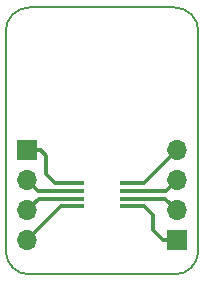
<source format=gbr>
G04 #@! TF.GenerationSoftware,KiCad,Pcbnew,5.1.4-e60b266~84~ubuntu19.04.1*
G04 #@! TF.CreationDate,2019-08-10T10:30:13+03:00*
G04 #@! TF.ProjectId,BRK-MSOP-8-3x3-P0.65,42524b2d-4d53-44f5-902d-382d3378332d,v1.1*
G04 #@! TF.SameCoordinates,Original*
G04 #@! TF.FileFunction,Copper,L1,Top*
G04 #@! TF.FilePolarity,Positive*
%FSLAX46Y46*%
G04 Gerber Fmt 4.6, Leading zero omitted, Abs format (unit mm)*
G04 Created by KiCad (PCBNEW 5.1.4-e60b266~84~ubuntu19.04.1) date 2019-08-10 10:30:13*
%MOMM*%
%LPD*%
G04 APERTURE LIST*
%ADD10C,0.150000*%
%ADD11R,1.450000X0.450000*%
%ADD12O,1.700000X1.700000*%
%ADD13R,1.700000X1.700000*%
%ADD14C,0.300000*%
G04 APERTURE END LIST*
D10*
X53000000Y-70600000D02*
G75*
G02X51000000Y-68600000I0J2000000D01*
G01*
X67300000Y-68600000D02*
G75*
G02X65300000Y-70600000I-2000000J0D01*
G01*
X65300000Y-48000000D02*
G75*
G02X67300000Y-50000000I0J-2000000D01*
G01*
X51000000Y-50000000D02*
G75*
G02X53000000Y-48000000I2000000J0D01*
G01*
X65300000Y-70600000D02*
X53000000Y-70600000D01*
X67300000Y-50000000D02*
X67300000Y-68600000D01*
X53000000Y-48000000D02*
X65300000Y-48000000D01*
X51000000Y-68600000D02*
X51000000Y-50000000D01*
D11*
X61350000Y-62895000D03*
X61350000Y-63545000D03*
X61350000Y-64195000D03*
X61350000Y-64845000D03*
X56950000Y-64845000D03*
X56950000Y-64195000D03*
X56950000Y-63545000D03*
X56950000Y-62895000D03*
D12*
X65500000Y-60100000D03*
X65500000Y-62640000D03*
X65500000Y-65180000D03*
D13*
X65500000Y-67720000D03*
D12*
X52800000Y-67720000D03*
X52800000Y-65180000D03*
X52800000Y-62640000D03*
D13*
X52800000Y-60100000D03*
D14*
X53950000Y-60100000D02*
X54400000Y-60550000D01*
X52800000Y-60100000D02*
X53950000Y-60100000D01*
X54400000Y-60550000D02*
X54400000Y-62100000D01*
X55195000Y-62895000D02*
X56950000Y-62895000D01*
X54400000Y-62100000D02*
X55195000Y-62895000D01*
X52840000Y-62600000D02*
X52800000Y-62640000D01*
X53705000Y-63545000D02*
X56950000Y-63545000D01*
X52800000Y-62640000D02*
X53705000Y-63545000D01*
X53785000Y-64195000D02*
X56950000Y-64195000D01*
X52800000Y-65180000D02*
X53785000Y-64195000D01*
X62745000Y-64845000D02*
X61350000Y-64845000D01*
X63500000Y-65600000D02*
X62745000Y-64845000D01*
X63500000Y-66870000D02*
X63500000Y-65600000D01*
X65500000Y-67720000D02*
X64350000Y-67720000D01*
X64350000Y-67720000D02*
X63500000Y-66870000D01*
X65500000Y-65180000D02*
X64515000Y-64195000D01*
X64515000Y-64195000D02*
X61561410Y-64195000D01*
X65460000Y-62600000D02*
X65500000Y-62640000D01*
X64595000Y-63545000D02*
X61350000Y-63545000D01*
X65500000Y-62640000D02*
X64595000Y-63545000D01*
X55675000Y-64845000D02*
X56950000Y-64845000D01*
X52800000Y-67720000D02*
X55675000Y-64845000D01*
X62705000Y-62895000D02*
X61350000Y-62895000D01*
X65500000Y-60100000D02*
X62705000Y-62895000D01*
M02*

</source>
